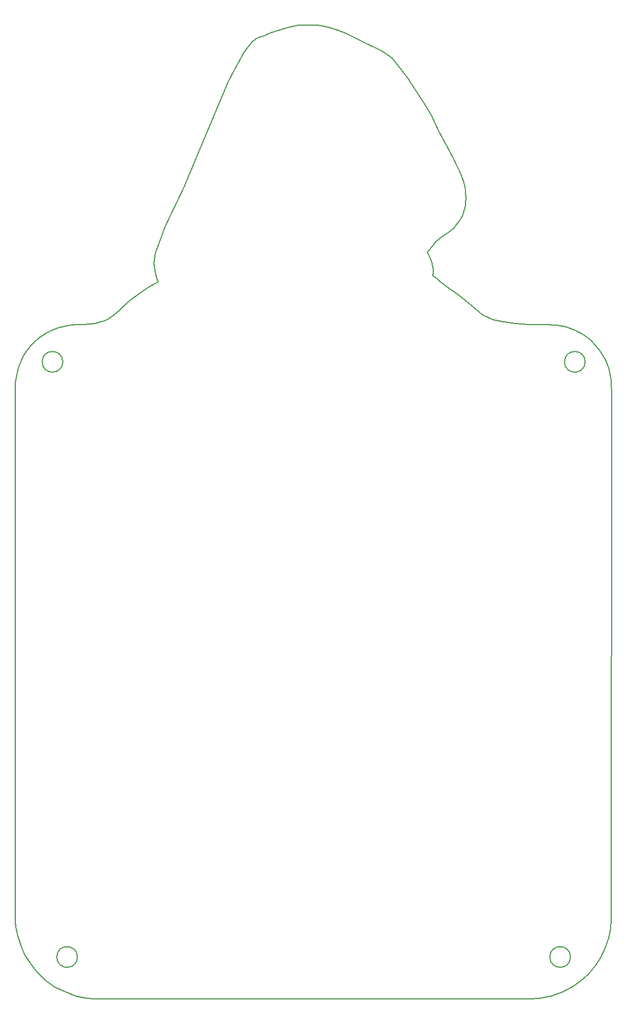
<source format=gko>
G04 #@! TF.GenerationSoftware,KiCad,Pcbnew,(5.1.9)-1*
G04 #@! TF.CreationDate,2021-01-16T23:54:46-07:00*
G04 #@! TF.ProjectId,purplewizard,70757270-6c65-4776-997a-6172642e6b69,0.1*
G04 #@! TF.SameCoordinates,PX613b810PYa454c00*
G04 #@! TF.FileFunction,Profile,NP*
%FSLAX46Y46*%
G04 Gerber Fmt 4.6, Leading zero omitted, Abs format (unit mm)*
G04 Created by KiCad (PCBNEW (5.1.9)-1) date 2021-01-16 23:54:46*
%MOMM*%
%LPD*%
G01*
G04 APERTURE LIST*
G04 #@! TA.AperFunction,Profile*
%ADD10C,0.150000*%
G04 #@! TD*
G04 APERTURE END LIST*
D10*
X67990000Y119470000D02*
X68280000Y119790000D01*
X67400000Y118940000D02*
X67990000Y119470000D01*
X66830000Y118530000D02*
X67400000Y118940000D01*
X66150000Y118160000D02*
X66830000Y118530000D01*
X65650000Y117740000D02*
X66150000Y118160000D01*
X65180000Y117250000D02*
X65650000Y117740000D01*
X64680000Y116630000D02*
X65180000Y117250000D01*
X64170000Y116030000D02*
X64680000Y116630000D01*
X63860000Y115660000D02*
X64170000Y116030000D01*
X64100000Y115220000D02*
X63860000Y115660000D01*
X64280000Y114840000D02*
X64100000Y115220000D01*
X64550000Y114200000D02*
X64280000Y114840000D01*
X64710000Y113500000D02*
X64550000Y114200000D01*
X64780000Y113080000D02*
X64710000Y113500000D01*
X64790000Y112440000D02*
X64780000Y113080000D01*
X64770000Y112180000D02*
X64790000Y112440000D01*
X64750000Y112040000D02*
X64770000Y112180000D01*
X64900000Y111920000D02*
X64750000Y112040000D01*
X65280000Y111660000D02*
X64900000Y111920000D01*
X65830000Y111210000D02*
X65280000Y111660000D01*
X67210000Y110200000D02*
X65830000Y111210000D01*
X68270000Y109380000D02*
X67210000Y110200000D01*
X69300000Y108600000D02*
X68270000Y109380000D01*
X71240000Y106990000D02*
X69300000Y108600000D01*
X72420000Y106050000D02*
X71240000Y106990000D01*
X74070000Y105260000D02*
X72420000Y106050000D01*
X75760000Y104920000D02*
X74070000Y105260000D01*
X77640000Y104630000D02*
X75760000Y104920000D01*
X79650000Y104510000D02*
X77640000Y104630000D01*
X82120000Y104480000D02*
X79650000Y104510000D01*
X83910000Y104440000D02*
X82120000Y104480000D01*
X85410000Y104140000D02*
X83910000Y104440000D01*
X86770000Y103650000D02*
X85410000Y104140000D01*
X88180000Y102920000D02*
X86770000Y103650000D01*
X89260000Y102040000D02*
X88180000Y102920000D01*
X90560000Y100600000D02*
X89260000Y102040000D01*
X91540000Y98980000D02*
X90560000Y100600000D01*
X92060000Y97640000D02*
X91540000Y98980000D01*
X92400000Y95870000D02*
X92060000Y97640000D01*
X92480000Y93390000D02*
X92400000Y95870000D01*
X92430000Y12230000D02*
X92480000Y93390000D01*
X92350000Y10960000D02*
X92430000Y12230000D01*
X92090000Y9570000D02*
X92350000Y10960000D01*
X91490000Y7850000D02*
X92090000Y9570000D01*
X90840000Y6470000D02*
X91490000Y7850000D01*
X90020000Y5250000D02*
X90840000Y6470000D01*
X89030000Y4020000D02*
X90020000Y5250000D01*
X88020000Y3040000D02*
X89030000Y4020000D01*
X86630000Y2030000D02*
X88020000Y3040000D01*
X84980000Y1130000D02*
X86630000Y2030000D01*
X83060000Y440000D02*
X84980000Y1130000D01*
X81270000Y70000D02*
X83060000Y440000D01*
X79870000Y-10000D02*
X81270000Y70000D01*
X12340000Y-30000D02*
X79870000Y-10000D01*
X11040000Y100000D02*
X12340000Y-30000D01*
X9370000Y440000D02*
X11040000Y100000D01*
X7710000Y1070000D02*
X9370000Y440000D01*
X6160000Y1830000D02*
X7710000Y1070000D01*
X4550000Y2990000D02*
X6160000Y1830000D01*
X3250000Y4250000D02*
X4550000Y2990000D01*
X2210000Y5600000D02*
X3250000Y4250000D01*
X1440000Y6840000D02*
X2210000Y5600000D01*
X850000Y8140000D02*
X1440000Y6840000D01*
X360000Y9670000D02*
X850000Y8140000D01*
X80000Y11120000D02*
X360000Y9670000D01*
X0Y12070000D02*
X80000Y11120000D01*
X-20000Y95410000D02*
X0Y12070000D01*
X180000Y96810000D02*
X-20000Y95410000D01*
X460000Y97910000D02*
X180000Y96810000D01*
X790000Y98710000D02*
X460000Y97910000D01*
X1240000Y99650000D02*
X790000Y98710000D01*
X1720000Y100390000D02*
X1240000Y99650000D01*
X2350000Y101190000D02*
X1720000Y100390000D01*
X2910000Y101790000D02*
X2350000Y101190000D01*
X3680000Y102440000D02*
X2910000Y101790000D01*
X4660000Y103120000D02*
X3680000Y102440000D01*
X5510000Y103570000D02*
X4660000Y103120000D01*
X6600000Y104010000D02*
X5510000Y103570000D01*
X7630000Y104260000D02*
X6600000Y104010000D01*
X8610000Y104430000D02*
X7630000Y104260000D01*
X9330000Y104470000D02*
X8610000Y104430000D01*
X10490000Y104480000D02*
X9330000Y104470000D01*
X11480000Y104580000D02*
X10490000Y104480000D01*
X12370000Y104680000D02*
X11480000Y104580000D01*
X13140000Y104900000D02*
X12370000Y104680000D01*
X13820000Y105100000D02*
X13140000Y104900000D01*
X14370000Y105360000D02*
X13820000Y105100000D01*
X15230000Y105920000D02*
X14370000Y105360000D01*
X16140000Y106690000D02*
X15230000Y105920000D01*
X17340000Y107860000D02*
X16140000Y106690000D01*
X18110000Y108480000D02*
X17340000Y107860000D01*
X18980000Y109160000D02*
X18110000Y108480000D01*
X19600000Y109600000D02*
X18980000Y109160000D01*
X20710000Y110330000D02*
X19600000Y109600000D01*
X21820000Y110950000D02*
X20710000Y110330000D01*
X22140000Y111120000D02*
X21820000Y110950000D01*
X21920000Y111680000D02*
X22140000Y111120000D01*
X21770000Y112120000D02*
X21920000Y111680000D01*
X21610000Y112810000D02*
X21770000Y112120000D01*
X21510000Y113440000D02*
X21610000Y112810000D01*
X21480000Y113890000D02*
X21510000Y113440000D01*
X21520000Y114680000D02*
X21480000Y113890000D01*
X21610000Y115260000D02*
X21520000Y114680000D01*
X21770000Y115900000D02*
X21610000Y115260000D01*
X22020000Y116480000D02*
X21770000Y115900000D01*
X23180000Y119550000D02*
X22020000Y116480000D01*
X24020000Y121380000D02*
X23180000Y119550000D01*
X26100000Y125780000D02*
X24020000Y121380000D01*
X29580000Y134020000D02*
X26100000Y125780000D01*
X32980000Y142070000D02*
X29580000Y134020000D01*
X33980000Y144000000D02*
X32980000Y142070000D01*
X35470000Y146640000D02*
X33980000Y144000000D01*
X36230000Y147700000D02*
X35470000Y146640000D01*
X36780000Y148330000D02*
X36230000Y147700000D01*
X37270000Y148730000D02*
X36780000Y148330000D01*
X37790000Y148990000D02*
X37270000Y148730000D01*
X38460000Y149220000D02*
X37790000Y148990000D01*
X39610000Y149660000D02*
X38460000Y149220000D01*
X40920000Y150150000D02*
X39610000Y149660000D01*
X42370000Y150570000D02*
X40920000Y150150000D01*
X43850000Y150890000D02*
X42370000Y150570000D01*
X45370000Y150910000D02*
X43850000Y150890000D01*
X46740000Y150920000D02*
X45370000Y150910000D01*
X47450000Y150820000D02*
X46740000Y150920000D01*
X48570000Y150520000D02*
X47450000Y150820000D01*
X49890000Y150100000D02*
X48570000Y150520000D01*
X51230000Y149590000D02*
X49890000Y150100000D01*
X52410000Y149060000D02*
X51230000Y149590000D01*
X54280000Y148130000D02*
X52410000Y149060000D01*
X55740000Y147410000D02*
X54280000Y148130000D01*
X56770000Y146900000D02*
X55740000Y147410000D01*
X57680000Y146350000D02*
X56770000Y146900000D01*
X58340000Y145780000D02*
X57680000Y146350000D01*
X59210000Y144820000D02*
X58340000Y145780000D01*
X60880000Y142620000D02*
X59210000Y144820000D01*
X63560000Y138520000D02*
X60880000Y142620000D01*
X64520000Y136830000D02*
X63560000Y138520000D01*
X65680000Y134470000D02*
X64520000Y136830000D01*
X67910000Y130210000D02*
X65680000Y134470000D01*
X68380000Y129270000D02*
X67910000Y130210000D01*
X68810000Y128450000D02*
X68380000Y129270000D01*
X69140000Y127680000D02*
X68810000Y128450000D01*
X69420000Y126970000D02*
X69140000Y127680000D01*
X69590000Y126470000D02*
X69420000Y126970000D01*
X69730000Y125830000D02*
X69590000Y126470000D01*
X69800000Y125290000D02*
X69730000Y125830000D01*
X69850000Y124750000D02*
X69800000Y125290000D01*
X69880000Y124310000D02*
X69850000Y124750000D01*
X69880000Y123910000D02*
X69880000Y124310000D01*
X69850000Y123550000D02*
X69880000Y123910000D01*
X69800000Y123070000D02*
X69850000Y123550000D01*
X69700000Y122530000D02*
X69800000Y123070000D01*
X69590000Y122080000D02*
X69700000Y122530000D01*
X69440000Y121670000D02*
X69590000Y122080000D01*
X69270000Y121260000D02*
X69440000Y121670000D01*
X69120000Y120980000D02*
X69270000Y121260000D01*
X68890000Y120600000D02*
X69120000Y120980000D01*
X68660000Y120280000D02*
X68890000Y120600000D01*
X68490000Y120050000D02*
X68660000Y120280000D01*
X68280000Y119790000D02*
X68490000Y120050000D01*
X7330000Y98720000D02*
G75*
G03*
X7330000Y98720000I-1600000J0D01*
G01*
X88370000Y98720000D02*
G75*
G03*
X88370000Y98720000I-1600000J0D01*
G01*
X86100000Y6500000D02*
G75*
G03*
X86100000Y6500000I-1600000J0D01*
G01*
X9600000Y6500000D02*
G75*
G03*
X9600000Y6500000I-1600000J0D01*
G01*
M02*

</source>
